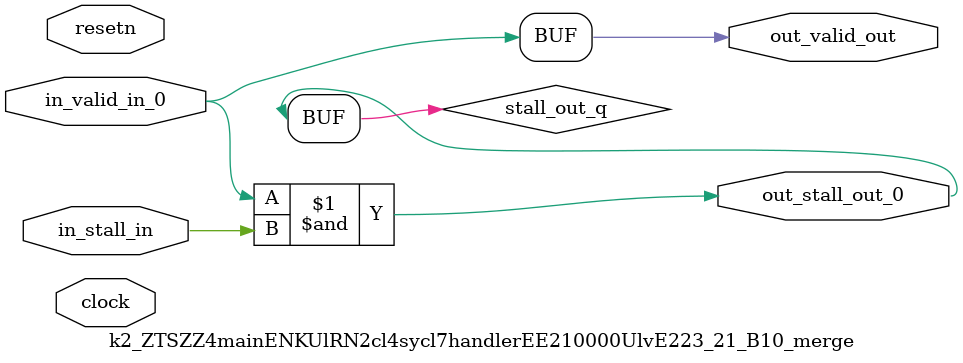
<source format=sv>



(* altera_attribute = "-name AUTO_SHIFT_REGISTER_RECOGNITION OFF; -name MESSAGE_DISABLE 10036; -name MESSAGE_DISABLE 10037; -name MESSAGE_DISABLE 14130; -name MESSAGE_DISABLE 14320; -name MESSAGE_DISABLE 15400; -name MESSAGE_DISABLE 14130; -name MESSAGE_DISABLE 10036; -name MESSAGE_DISABLE 12020; -name MESSAGE_DISABLE 12030; -name MESSAGE_DISABLE 12010; -name MESSAGE_DISABLE 12110; -name MESSAGE_DISABLE 14320; -name MESSAGE_DISABLE 13410; -name MESSAGE_DISABLE 113007; -name MESSAGE_DISABLE 10958" *)
module k2_ZTSZZ4mainENKUlRN2cl4sycl7handlerEE210000UlvE223_21_B10_merge (
    input wire [0:0] in_stall_in,
    input wire [0:0] in_valid_in_0,
    output wire [0:0] out_stall_out_0,
    output wire [0:0] out_valid_out,
    input wire clock,
    input wire resetn
    );

    wire [0:0] stall_out_q;


    // stall_out(LOGICAL,6)
    assign stall_out_q = in_valid_in_0 & in_stall_in;

    // out_stall_out_0(GPOUT,4)
    assign out_stall_out_0 = stall_out_q;

    // out_valid_out(GPOUT,5)
    assign out_valid_out = in_valid_in_0;

endmodule

</source>
